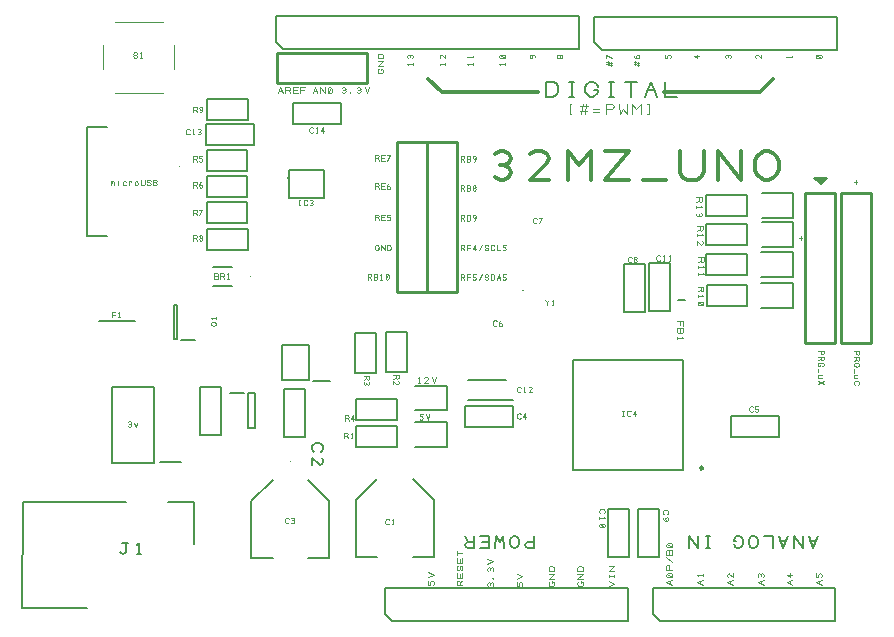
<source format=gto>
G04 DesignSpark PCB Gerber Version 12.0 Build 5942*
%FSLAX35Y35*%
%MOMM*%
%ADD17C,0.02540*%
%ADD70C,0.05000*%
%ADD16C,0.08000*%
%ADD19C,0.10000*%
%ADD15C,0.11170*%
%ADD12C,0.12700*%
%ADD14C,0.16760*%
%ADD18C,0.20000*%
%ADD71C,0.20320*%
%ADD20C,0.25000*%
%ADD10C,0.25400*%
%ADD11C,0.30480*%
%ADD13C,0.31750*%
X0Y0D02*
D02*
D10*
X44038550Y47720770D02*
X44800550D01*
Y47974770D01*
X44038550D01*
Y47720770D01*
X45059600Y47220770D02*
Y45950770D01*
X45313600D01*
Y47220770D01*
X45059600D01*
X45567600Y45950770D02*
Y47220770D01*
X45313600D01*
Y45950770D01*
X45567600D01*
X48514050Y46782270D02*
Y45512270D01*
X48768050D01*
Y46782270D01*
X48514050D01*
X48815050D02*
Y45512270D01*
X49069050D01*
Y46782270D01*
X48815050D01*
D02*
D11*
X46248750Y47637770D02*
X45435950D01*
X45321650Y47752070D01*
X47315550Y47637770D02*
X48128350D01*
X48242650Y47752070D01*
D02*
D12*
X42714650Y43744560D02*
X42722590Y43736620D01*
X42738460Y43728680D01*
X42754340Y43736620D01*
X42762280Y43744560D01*
Y43823930D01*
X42778150D01*
X42762280D02*
X42730530D01*
X42857530Y43728680D02*
X42889280D01*
X42873400D02*
Y43823930D01*
X42857530Y43808060D01*
X43564950Y44736070D02*
Y45142470D01*
X43387150D01*
Y44736070D01*
X43564950D01*
X43845250Y47368170D02*
X43438850D01*
Y47190370D01*
X43845250D01*
Y47368170D01*
X44030900Y48283700D02*
X46595100D01*
Y48004300D01*
X44094400D01*
X44030900Y48067800D01*
Y48283700D01*
X44140610Y46978970D02*
Y46745130D01*
X44439230D01*
Y46978970D01*
X44140610D01*
X44172350Y47366370D02*
X44578750D01*
Y47544170D01*
X44172350D01*
Y47366370D01*
X44274450Y44722070D02*
Y45128470D01*
X44096650D01*
Y44722070D01*
X44274450D01*
X44352240Y44591890D02*
X44344300Y44599830D01*
X44336360Y44615710D01*
Y44639520D01*
X44344300Y44655390D01*
X44352240Y44663330D01*
X44368110Y44671270D01*
X44399860D01*
X44415740Y44663330D01*
X44423680Y44655390D01*
X44431610Y44639520D01*
Y44615710D01*
X44423680Y44599830D01*
X44415740Y44591890D01*
X44336360Y44480770D02*
Y44544270D01*
X44391930Y44488710D01*
X44407800Y44480770D01*
X44423680Y44488710D01*
X44431610Y44504580D01*
Y44528390D01*
X44423680Y44544270D01*
X44950300Y43440700D02*
X47007700D01*
Y43161300D01*
X45013800D01*
X44950300Y43224800D01*
Y43440700D01*
X46035250Y44979170D02*
X45628850D01*
Y44801370D01*
X46035250D01*
Y44979170D01*
X46218050Y43878960D02*
Y43783710D01*
X46162490D01*
X46146610Y43791640D01*
X46138670Y43807520D01*
X46146610Y43823390D01*
X46162490Y43831330D01*
X46218050D01*
X46091050Y43847210D02*
Y43815460D01*
X46083110Y43799580D01*
X46075170Y43791640D01*
X46059300Y43783710D01*
X46043420D01*
X46027550Y43791640D01*
X46019610Y43799580D01*
X46011670Y43815460D01*
Y43847210D01*
X46019610Y43863080D01*
X46027550Y43871020D01*
X46043420Y43878960D01*
X46059300D01*
X46075170Y43871020D01*
X46083110Y43863080D01*
X46091050Y43847210D01*
X45964050Y43783710D02*
X45956110Y43878960D01*
X45924360Y43831330D01*
X45892610Y43878960D01*
X45884670Y43783710D01*
X45837050Y43878960D02*
Y43783710D01*
X45757670D01*
X45773550Y43831330D02*
X45837050D01*
Y43878960D02*
X45757670D01*
X45710050D02*
Y43783710D01*
X45654490D01*
X45638610Y43791640D01*
X45630670Y43807520D01*
X45638610Y43823390D01*
X45654490Y43831330D01*
X45710050D01*
X45654490D02*
X45630670Y43878960D01*
X46725350Y48279970D02*
X48782750D01*
Y48000570D01*
X46788850D01*
X46725350Y48064070D01*
Y48279970D01*
X46839150Y44109470D02*
Y43703070D01*
X47016950D01*
Y44109470D01*
X46839150D01*
X47099150Y44108470D02*
Y43702070D01*
X47276950D01*
Y44108470D01*
X47099150D01*
X47159950Y45782070D02*
Y46188470D01*
X46982150D01*
Y45782070D01*
X47159950D01*
X47221300Y43440700D02*
X48763500D01*
Y43161300D01*
X47284800D01*
X47221300Y43224800D01*
Y43440700D01*
X47370950Y45784070D02*
Y46190470D01*
X47193150D01*
Y45784070D01*
X47370950D01*
X47887850Y44717370D02*
X48294250D01*
Y44895170D01*
X47887850D01*
Y44717370D01*
X48620550Y43878960D02*
X48580860Y43783710D01*
X48541170Y43878960D01*
X48604670Y43839270D02*
X48557050D01*
X48493550Y43878960D02*
Y43783710D01*
X48414170Y43878960D01*
Y43783710D01*
X48366550Y43878960D02*
X48326860Y43783710D01*
X48287170Y43878960D01*
X48350670Y43839270D02*
X48303050D01*
X48239550Y43783710D02*
Y43878960D01*
X48160170D01*
X48112550Y43847210D02*
Y43815460D01*
X48104610Y43799580D01*
X48096670Y43791640D01*
X48080800Y43783710D01*
X48064920D01*
X48049050Y43791640D01*
X48041110Y43799580D01*
X48033170Y43815460D01*
Y43847210D01*
X48041110Y43863080D01*
X48049050Y43871020D01*
X48064920Y43878960D01*
X48080800D01*
X48096670Y43871020D01*
X48104610Y43863080D01*
X48112550Y43847210D01*
X47929990Y43839270D02*
X47906170D01*
Y43847210D01*
X47914110Y43863080D01*
X47922050Y43871020D01*
X47937920Y43878960D01*
X47953800D01*
X47969670Y43871020D01*
X47977610Y43863080D01*
X47985550Y43847210D01*
Y43815460D01*
X47977610Y43799580D01*
X47969670Y43791640D01*
X47953800Y43783710D01*
X47937920D01*
X47922050Y43791640D01*
X47914110Y43799580D01*
X47906170Y43815460D01*
X47707740Y43878960D02*
X47675990D01*
X47691860D02*
Y43783710D01*
X47707740D02*
X47675990D01*
X47604550Y43878960D02*
Y43783710D01*
X47525170Y43878960D01*
Y43783710D01*
X48643050Y46857770D02*
X48698050Y46912770D01*
X48589300Y46911520D01*
X48643050Y46857770D01*
G36*
X48643050Y46857770D02*
X48698050Y46912770D01*
X48589300Y46911520D01*
X48643050Y46857770D01*
G37*
D02*
D13*
X45885390Y46919650D02*
X45925080Y46899800D01*
X45964770D01*
X46004460Y46919650D01*
X46024300Y46959330D01*
X46004460Y46999020D01*
X45964770Y47018860D01*
X45925080D01*
X45964770D02*
X46004460Y47038710D01*
X46024300Y47078400D01*
X46004460Y47118080D01*
X45964770Y47137930D01*
X45925080D01*
X45885390Y47118080D01*
X46341800Y46899800D02*
X46183050D01*
X46321960Y47038710D01*
X46341800Y47078400D01*
X46321960Y47118080D01*
X46282270Y47137930D01*
X46222740D01*
X46183050Y47118080D01*
X46500550Y46899800D02*
Y47137930D01*
X46599770Y47018860D01*
X46698990Y47137930D01*
Y46899800D01*
X46818050Y47137930D02*
X47016490D01*
X46818050Y46899800D01*
X47016490D01*
X47135550D02*
X47333990D01*
X47453050Y47137930D02*
Y46959330D01*
X47472890Y46919650D01*
X47512580Y46899800D01*
X47591960D01*
X47631640Y46919650D01*
X47651490Y46959330D01*
Y47137930D01*
X47770550Y46899800D02*
Y47137930D01*
X47968990Y46899800D01*
Y47137930D01*
X48088050Y46979180D02*
Y47058550D01*
X48107890Y47098240D01*
X48127740Y47118080D01*
X48167430Y47137930D01*
X48207110D01*
X48246800Y47118080D01*
X48266640Y47098240D01*
X48286490Y47058550D01*
Y46979180D01*
X48266640Y46939490D01*
X48246800Y46919650D01*
X48207110Y46899800D01*
X48167430D01*
X48127740Y46919650D01*
X48107890Y46939490D01*
X48088050Y46979180D01*
D02*
D14*
X46315890Y47602120D02*
Y47727850D01*
X46378760D01*
X46399710Y47717380D01*
X46410190Y47706900D01*
X46420670Y47685940D01*
Y47644030D01*
X46410190Y47623080D01*
X46399710Y47612600D01*
X46378760Y47602120D01*
X46315890D01*
X46514960D02*
X46556870D01*
X46535920D02*
Y47727850D01*
X46514960D02*
X46556870D01*
X46724510Y47654510D02*
X46755950D01*
Y47644030D01*
X46745470Y47623080D01*
X46734990Y47612600D01*
X46714040Y47602120D01*
X46693080D01*
X46672130Y47612600D01*
X46661650Y47623080D01*
X46651170Y47644030D01*
Y47685940D01*
X46661650Y47706900D01*
X46672130Y47717380D01*
X46693080Y47727850D01*
X46714040D01*
X46734990Y47717380D01*
X46745470Y47706900D01*
X46755950Y47685940D01*
X46850240Y47602120D02*
X46892150D01*
X46871200D02*
Y47727850D01*
X46850240D02*
X46892150D01*
X47038840Y47602120D02*
Y47727850D01*
X46986450D02*
X47091230D01*
X47154090Y47602120D02*
X47206480Y47727850D01*
X47258870Y47602120D01*
X47175050Y47654510D02*
X47237910D01*
X47321730Y47727850D02*
Y47602120D01*
X47426510D01*
D02*
D15*
X46531960Y47455530D02*
X46517990D01*
Y47539350D01*
X46531960D01*
X46615780Y47455530D02*
X46629750Y47539350D01*
X46657690D02*
X46643720Y47455530D01*
X46664680Y47476480D02*
X46601810D01*
X46608800Y47518390D02*
X46671660D01*
X46713570Y47469500D02*
X46769450D01*
Y47497440D02*
X46713570D01*
X46825330Y47455530D02*
Y47539350D01*
X46874230D01*
X46888200Y47532360D01*
X46895180Y47518390D01*
X46888200Y47504420D01*
X46874230Y47497440D01*
X46825330D01*
X46937090Y47539350D02*
X46944080Y47455530D01*
X46972020Y47497440D01*
X46999960Y47455530D01*
X47006940Y47539350D01*
X47048850Y47455530D02*
Y47539350D01*
X47083780Y47497440D01*
X47118700Y47539350D01*
Y47455530D01*
X47174580D02*
X47188550D01*
Y47539350D01*
X47174580D01*
D02*
D16*
X42633050Y46852180D02*
Y46883930D01*
Y46879960D02*
X42636230Y46883930D01*
X42642580D01*
X42645750Y46879960D01*
Y46868050D01*
Y46879960D02*
X42648920Y46883930D01*
X42655270D01*
X42658450Y46879960D01*
Y46852180D01*
X42696550D02*
Y46883930D01*
Y46895830D02*
X42760050Y46879960D02*
X42753700Y46883930D01*
X42744180D01*
X42737830Y46879960D01*
X42734650Y46872020D01*
Y46864080D01*
X42737830Y46856150D01*
X42744180Y46852180D01*
X42753700D01*
X42760050Y46856150D01*
X42785450Y46852180D02*
Y46883930D01*
Y46872020D02*
X42788630Y46879960D01*
X42794980Y46883930D01*
X42801320D01*
X42807670Y46879960D01*
X42836250Y46864080D02*
X42839430Y46856150D01*
X42845780Y46852180D01*
X42852120D01*
X42858470Y46856150D01*
X42861650Y46864080D01*
Y46872020D01*
X42858470Y46879960D01*
X42852120Y46883930D01*
X42845780D01*
X42839430Y46879960D01*
X42836250Y46872020D01*
Y46864080D01*
X42887050Y46899800D02*
Y46864080D01*
X42890230Y46856150D01*
X42896580Y46852180D01*
X42909270D01*
X42915630Y46856150D01*
X42918800Y46864080D01*
Y46899800D01*
X42937850Y46864080D02*
X42941030Y46856150D01*
X42947380Y46852180D01*
X42960070D01*
X42966430Y46856150D01*
X42969600Y46864080D01*
X42966430Y46872020D01*
X42960070Y46875990D01*
X42947380D01*
X42941030Y46879960D01*
X42937850Y46887900D01*
X42941030Y46895830D01*
X42947380Y46899800D01*
X42960070D01*
X42966430Y46895830D01*
X42969600Y46887900D01*
X43010870Y46875990D02*
X43017230Y46872020D01*
X43020400Y46864080D01*
X43017230Y46856150D01*
X43010870Y46852180D01*
X42988650D01*
Y46899800D01*
X43010870D01*
X43017230Y46895830D01*
X43020400Y46887900D01*
X43017230Y46879960D01*
X43010870Y46875990D01*
X42988650D01*
X42640050Y45732180D02*
Y45779800D01*
X42671800D01*
X42665450Y45755990D02*
X42640050D01*
X42697200Y45732180D02*
X42709900D01*
X42703550D02*
Y45779800D01*
X42697200Y45771860D01*
X42782230Y44811150D02*
X42788580Y44807180D01*
X42794920D01*
X42801270Y44811150D01*
X42804450Y44819080D01*
X42801270Y44827020D01*
X42794920Y44830990D01*
X42788580D01*
X42794920D02*
X42801270Y44834960D01*
X42804450Y44842900D01*
X42801270Y44850830D01*
X42794920Y44854800D01*
X42788580D01*
X42782230Y44850830D01*
X42829850Y44838930D02*
X42842550Y44807180D01*
X42855250Y44838930D01*
X42823050Y47941580D02*
X42826230Y47933650D01*
X42832580Y47929680D01*
X42845270D01*
X42851630Y47933650D01*
X42854800Y47941580D01*
X42851630Y47949520D01*
X42845270Y47953490D01*
X42832580D01*
X42826230Y47957460D01*
X42823050Y47965400D01*
X42826230Y47973330D01*
X42832580Y47977300D01*
X42845270D01*
X42851630Y47973330D01*
X42854800Y47965400D01*
X42880200Y47929680D02*
X42892900D01*
X42886550D02*
Y47977300D01*
X42880200Y47969360D01*
X43299800Y47289110D02*
X43296630Y47285150D01*
X43290270Y47281180D01*
X43280750D01*
X43274400Y47285150D01*
X43271230Y47289110D01*
X43268050Y47297050D01*
Y47312930D01*
X43271230Y47320860D01*
X43274400Y47324830D01*
X43280750Y47328800D01*
X43290270D01*
X43296630Y47324830D01*
X43299800Y47320860D01*
X43325200Y47281180D02*
X43337900D01*
X43331550D02*
Y47328800D01*
X43325200Y47320860D01*
X43372830Y47285150D02*
X43379180Y47281180D01*
X43385520D01*
X43391870Y47285150D01*
X43395050Y47293080D01*
X43391870Y47301020D01*
X43385520Y47304990D01*
X43379180D01*
X43385520D02*
X43391870Y47308960D01*
X43395050Y47316900D01*
X43391870Y47324830D01*
X43385520Y47328800D01*
X43379180D01*
X43372830Y47324830D01*
X43331550Y46382180D02*
Y46429800D01*
X43353770D01*
X43360130Y46425830D01*
X43363300Y46417900D01*
X43360130Y46409960D01*
X43353770Y46405990D01*
X43331550D01*
X43353770D02*
X43363300Y46382180D01*
X43391880Y46405990D02*
X43398220D01*
X43404570Y46409960D01*
X43407750Y46417900D01*
X43404570Y46425830D01*
X43398220Y46429800D01*
X43391880D01*
X43385530Y46425830D01*
X43382350Y46417900D01*
X43385530Y46409960D01*
X43391880Y46405990D01*
X43385530Y46402020D01*
X43382350Y46394080D01*
X43385530Y46386150D01*
X43391880Y46382180D01*
X43398220D01*
X43404570Y46386150D01*
X43407750Y46394080D01*
X43404570Y46402020D01*
X43398220Y46405990D01*
X43331550Y46596180D02*
Y46643800D01*
X43353770D01*
X43360130Y46639830D01*
X43363300Y46631900D01*
X43360130Y46623960D01*
X43353770Y46619990D01*
X43331550D01*
X43353770D02*
X43363300Y46596180D01*
X43382350D02*
X43407750Y46643800D01*
X43382350D01*
X43331550Y46832180D02*
Y46879800D01*
X43353770D01*
X43360130Y46875830D01*
X43363300Y46867900D01*
X43360130Y46859960D01*
X43353770Y46855990D01*
X43331550D01*
X43353770D02*
X43363300Y46832180D01*
X43382350Y46844080D02*
X43385530Y46852020D01*
X43391880Y46855990D01*
X43398220D01*
X43404570Y46852020D01*
X43407750Y46844080D01*
X43404570Y46836150D01*
X43398220Y46832180D01*
X43391880D01*
X43385530Y46836150D01*
X43382350Y46844080D01*
Y46855990D01*
X43385530Y46867900D01*
X43391880Y46875830D01*
X43398220Y46879800D01*
X43331550Y47052180D02*
Y47099800D01*
X43353770D01*
X43360130Y47095830D01*
X43363300Y47087900D01*
X43360130Y47079960D01*
X43353770Y47075990D01*
X43331550D01*
X43353770D02*
X43363300Y47052180D01*
X43382350Y47056150D02*
X43388700Y47052180D01*
X43398220D01*
X43404570Y47056150D01*
X43407750Y47064080D01*
Y47068050D01*
X43404570Y47075990D01*
X43398220Y47079960D01*
X43382350D01*
Y47099800D01*
X43407750D01*
X43331550Y47468180D02*
Y47515800D01*
X43353770D01*
X43360130Y47511830D01*
X43363300Y47503900D01*
X43360130Y47495960D01*
X43353770Y47491990D01*
X43331550D01*
X43353770D02*
X43363300Y47468180D01*
X43391880D02*
X43398220Y47472150D01*
X43404570Y47480080D01*
X43407750Y47491990D01*
Y47503900D01*
X43404570Y47511830D01*
X43398220Y47515800D01*
X43391880D01*
X43385530Y47511830D01*
X43382350Y47503900D01*
X43385530Y47495960D01*
X43391880Y47491990D01*
X43398220D01*
X43404570Y47495960D01*
X43407750Y47503900D01*
X43532270Y46080990D02*
X43538630Y46077020D01*
X43541800Y46069080D01*
X43538630Y46061150D01*
X43532270Y46057180D01*
X43510050D01*
Y46104800D01*
X43532270D01*
X43538630Y46100830D01*
X43541800Y46092900D01*
X43538630Y46084960D01*
X43532270Y46080990D01*
X43510050D01*
X43560850Y46057180D02*
Y46104800D01*
X43583070D01*
X43589430Y46100830D01*
X43592600Y46092900D01*
X43589430Y46084960D01*
X43583070Y46080990D01*
X43560850D01*
X43583070D02*
X43592600Y46057180D01*
X43618000D02*
X43630700D01*
X43624350D02*
Y46104800D01*
X43618000Y46096860D01*
X43510270Y45662770D02*
X43494390D01*
X43486460Y45665950D01*
X43482490Y45669120D01*
X43478520Y45675470D01*
Y45681820D01*
X43482490Y45688170D01*
X43486460Y45691350D01*
X43494390Y45694520D01*
X43510270D01*
X43518210Y45691350D01*
X43522170Y45688170D01*
X43526140Y45681820D01*
Y45675470D01*
X43522170Y45669120D01*
X43518210Y45665950D01*
X43510270Y45662770D01*
X43514240Y45684990D02*
X43526140Y45694520D01*
Y45719920D02*
Y45732620D01*
Y45726270D02*
X43478520D01*
X43486460Y45719920D01*
X44139800Y43997610D02*
X44136630Y43993650D01*
X44130270Y43989680D01*
X44120750D01*
X44114400Y43993650D01*
X44111230Y43997610D01*
X44108050Y44005550D01*
Y44021430D01*
X44111230Y44029360D01*
X44114400Y44033330D01*
X44120750Y44037300D01*
X44130270D01*
X44136630Y44033330D01*
X44139800Y44029360D01*
X44162030Y43993650D02*
X44168380Y43989680D01*
X44174720D01*
X44181070Y43993650D01*
X44184250Y44001580D01*
X44181070Y44009520D01*
X44174720Y44013490D01*
X44168380D01*
X44174720D02*
X44181070Y44017460D01*
X44184250Y44025400D01*
X44181070Y44033330D01*
X44174720Y44037300D01*
X44168380D01*
X44162030Y44033330D01*
X44223580Y46681180D02*
X44236270D01*
X44229920D02*
Y46728800D01*
X44223580D02*
X44236270D01*
X44296600Y46689110D02*
X44293430Y46685150D01*
X44287070Y46681180D01*
X44277550D01*
X44271200Y46685150D01*
X44268030Y46689110D01*
X44264850Y46697050D01*
Y46712930D01*
X44268030Y46720860D01*
X44271200Y46724830D01*
X44277550Y46728800D01*
X44287070D01*
X44293430Y46724830D01*
X44296600Y46720860D01*
X44318830Y46685150D02*
X44325180Y46681180D01*
X44331520D01*
X44337870Y46685150D01*
X44341050Y46693080D01*
X44337870Y46701020D01*
X44331520Y46704990D01*
X44325180D01*
X44331520D02*
X44337870Y46708960D01*
X44341050Y46716900D01*
X44337870Y46724830D01*
X44331520Y46728800D01*
X44325180D01*
X44318830Y46724830D01*
X44344800Y47302610D02*
X44341630Y47298650D01*
X44335270Y47294680D01*
X44325750D01*
X44319400Y47298650D01*
X44316230Y47302610D01*
X44313050Y47310550D01*
Y47326430D01*
X44316230Y47334360D01*
X44319400Y47338330D01*
X44325750Y47342300D01*
X44335270D01*
X44341630Y47338330D01*
X44344800Y47334360D01*
X44370200Y47294680D02*
X44382900D01*
X44376550D02*
Y47342300D01*
X44370200Y47334360D01*
X44430520Y47294680D02*
Y47342300D01*
X44414650Y47310550D01*
X44440050D01*
X44608050Y44707180D02*
Y44754800D01*
X44630270D01*
X44636630Y44750830D01*
X44639800Y44742900D01*
X44636630Y44734960D01*
X44630270Y44730990D01*
X44608050D01*
X44630270D02*
X44639800Y44707180D01*
X44665200D02*
X44677900D01*
X44671550D02*
Y44754800D01*
X44665200Y44746860D01*
X44615550Y44854680D02*
Y44902300D01*
X44637770D01*
X44644130Y44898330D01*
X44647300Y44890400D01*
X44644130Y44882460D01*
X44637770Y44878490D01*
X44615550D01*
X44637770D02*
X44647300Y44854680D01*
X44682220D02*
Y44902300D01*
X44666350Y44870550D01*
X44691750D01*
X44772460Y45237770D02*
X44820080D01*
Y45215550D01*
X44816110Y45209190D01*
X44808180Y45206020D01*
X44800240Y45209190D01*
X44796270Y45215550D01*
Y45237770D01*
Y45215550D02*
X44772460Y45206020D01*
X44776430Y45183790D02*
X44772460Y45177440D01*
Y45171100D01*
X44776430Y45164750D01*
X44784360Y45161570D01*
X44792300Y45164750D01*
X44796270Y45171100D01*
Y45177440D01*
Y45171100D02*
X44800240Y45164750D01*
X44808180Y45161570D01*
X44816110Y45164750D01*
X44820080Y45171100D01*
Y45177440D01*
X44816110Y45183790D01*
X44807050Y46052180D02*
Y46099800D01*
X44829270D01*
X44835630Y46095830D01*
X44838800Y46087900D01*
X44835630Y46079960D01*
X44829270Y46075990D01*
X44807050D01*
X44829270D02*
X44838800Y46052180D01*
X44880070Y46075990D02*
X44886430Y46072020D01*
X44889600Y46064080D01*
X44886430Y46056150D01*
X44880070Y46052180D01*
X44857850D01*
Y46099800D01*
X44880070D01*
X44886430Y46095830D01*
X44889600Y46087900D01*
X44886430Y46079960D01*
X44880070Y46075990D01*
X44857850D01*
X44915000Y46052180D02*
X44927700D01*
X44921350D02*
Y46099800D01*
X44915000Y46091860D01*
X44962630Y46056150D02*
X44968980Y46052180D01*
X44975320D01*
X44981670Y46056150D01*
X44984850Y46064080D01*
Y46087900D01*
X44981670Y46095830D01*
X44975320Y46099800D01*
X44968980D01*
X44962630Y46095830D01*
X44959450Y46087900D01*
Y46064080D01*
X44962630Y46056150D01*
X44981670Y46095830D01*
X44892770Y46319520D02*
X44902300D01*
Y46315550D01*
X44899130Y46307610D01*
X44895950Y46303650D01*
X44889600Y46299680D01*
X44883250D01*
X44876900Y46303650D01*
X44873730Y46307610D01*
X44870550Y46315550D01*
Y46331430D01*
X44873730Y46339360D01*
X44876900Y46343330D01*
X44883250Y46347300D01*
X44889600D01*
X44895950Y46343330D01*
X44899130Y46339360D01*
X44902300Y46331430D01*
X44921350Y46299680D02*
Y46347300D01*
X44953100Y46299680D01*
Y46347300D01*
X44972150Y46299680D02*
Y46347300D01*
X44991200D01*
X44997550Y46343330D01*
X45000730Y46339360D01*
X45003900Y46331430D01*
Y46315550D01*
X45000730Y46307610D01*
X44997550Y46303650D01*
X44991200Y46299680D01*
X44972150D01*
X44870550Y46554680D02*
Y46602300D01*
X44892770D01*
X44899130Y46598330D01*
X44902300Y46590400D01*
X44899130Y46582460D01*
X44892770Y46578490D01*
X44870550D01*
X44892770D02*
X44902300Y46554680D01*
X44921350D02*
Y46602300D01*
X44953100D01*
X44946750Y46578490D02*
X44921350D01*
Y46554680D02*
X44953100D01*
X44972150Y46558650D02*
X44978500Y46554680D01*
X44988020D01*
X44994370Y46558650D01*
X44997550Y46566580D01*
Y46570550D01*
X44994370Y46578490D01*
X44988020Y46582460D01*
X44972150D01*
Y46602300D01*
X44997550D01*
X44870550Y46819680D02*
Y46867300D01*
X44892770D01*
X44899130Y46863330D01*
X44902300Y46855400D01*
X44899130Y46847460D01*
X44892770Y46843490D01*
X44870550D01*
X44892770D02*
X44902300Y46819680D01*
X44921350D02*
Y46867300D01*
X44953100D01*
X44946750Y46843490D02*
X44921350D01*
Y46819680D02*
X44953100D01*
X44972150Y46831580D02*
X44975330Y46839520D01*
X44981680Y46843490D01*
X44988020D01*
X44994370Y46839520D01*
X44997550Y46831580D01*
X44994370Y46823650D01*
X44988020Y46819680D01*
X44981680D01*
X44975330Y46823650D01*
X44972150Y46831580D01*
Y46843490D01*
X44975330Y46855400D01*
X44981680Y46863330D01*
X44988020Y46867300D01*
X44870550Y47059680D02*
Y47107300D01*
X44892770D01*
X44899130Y47103330D01*
X44902300Y47095400D01*
X44899130Y47087460D01*
X44892770Y47083490D01*
X44870550D01*
X44892770D02*
X44902300Y47059680D01*
X44921350D02*
Y47107300D01*
X44953100D01*
X44946750Y47083490D02*
X44921350D01*
Y47059680D02*
X44953100D01*
X44972150D02*
X44997550Y47107300D01*
X44972150D01*
X44918800Y47826050D02*
Y47837960D01*
X44922770D01*
X44930710Y47833990D01*
X44934670Y47830020D01*
X44938640Y47822080D01*
Y47814150D01*
X44934670Y47806210D01*
X44930710Y47802240D01*
X44922770Y47798270D01*
X44906890D01*
X44898960Y47802240D01*
X44894990Y47806210D01*
X44891020Y47814150D01*
Y47822080D01*
X44894990Y47830020D01*
X44898960Y47833990D01*
X44906890Y47837960D01*
X44938640Y47861770D02*
X44891020D01*
X44938640Y47901460D01*
X44891020D01*
X44938640Y47925270D02*
X44891020D01*
Y47949080D01*
X44894990Y47957020D01*
X44898960Y47960990D01*
X44906890Y47964960D01*
X44922770D01*
X44930710Y47960990D01*
X44934670Y47957020D01*
X44938640Y47949080D01*
Y47925270D01*
X44987800Y43987110D02*
X44984630Y43983150D01*
X44978270Y43979180D01*
X44968750D01*
X44962400Y43983150D01*
X44959230Y43987110D01*
X44956050Y43995050D01*
Y44010930D01*
X44959230Y44018860D01*
X44962400Y44022830D01*
X44968750Y44026800D01*
X44978270D01*
X44984630Y44022830D01*
X44987800Y44018860D01*
X45013200Y43979180D02*
X45025900D01*
X45019550D02*
Y44026800D01*
X45013200Y44018860D01*
X45022460Y45245270D02*
X45070080D01*
Y45223050D01*
X45066110Y45216690D01*
X45058180Y45213520D01*
X45050240Y45216690D01*
X45046270Y45223050D01*
Y45245270D01*
Y45223050D02*
X45022460Y45213520D01*
Y45169070D02*
Y45194470D01*
X45050240Y45172250D01*
X45058180Y45169070D01*
X45066110Y45172250D01*
X45070080Y45178600D01*
Y45188120D01*
X45066110Y45194470D01*
X45191140Y47869710D02*
Y47885580D01*
Y47877650D02*
X45143520D01*
X45151460Y47869710D01*
X45187170Y47929240D02*
X45191140Y47937180D01*
Y47945110D01*
X45187170Y47953050D01*
X45179240Y47957020D01*
X45171300Y47953050D01*
X45167330Y47945110D01*
Y47937180D01*
Y47945110D02*
X45163360Y47953050D01*
X45155420Y47957020D01*
X45147490Y47953050D01*
X45143520Y47945110D01*
Y47937180D01*
X45147490Y47929240D01*
X45230990Y45179680D02*
X45246860D01*
X45238930D02*
Y45227300D01*
X45230990Y45219360D01*
X45318300Y45179680D02*
X45286550D01*
X45314330Y45207460D01*
X45318300Y45215400D01*
X45314330Y45223330D01*
X45306390Y45227300D01*
X45294490D01*
X45286550Y45223330D01*
X45350050Y45227300D02*
X45369890Y45179680D01*
X45389740Y45227300D01*
X45248050Y44871150D02*
X45254400Y44867180D01*
X45263920D01*
X45270270Y44871150D01*
X45273450Y44879080D01*
Y44883050D01*
X45270270Y44890990D01*
X45263920Y44894960D01*
X45248050D01*
Y44914800D01*
X45273450D01*
X45298850D02*
X45314720Y44867180D01*
X45330600Y44914800D01*
X45362270Y43470270D02*
X45366240Y43478210D01*
Y43490110D01*
X45362270Y43498050D01*
X45354340Y43502020D01*
X45350370D01*
X45342430Y43498050D01*
X45338460Y43490110D01*
Y43470270D01*
X45318620D01*
Y43502020D01*
Y43533770D02*
X45366240Y43553610D01*
X45318620Y43573460D01*
X45463640Y47869710D02*
Y47885580D01*
Y47877650D02*
X45416020D01*
X45423960Y47869710D01*
X45463640Y47957020D02*
Y47925270D01*
X45435860Y47953050D01*
X45427920Y47957020D01*
X45419990Y47953050D01*
X45416020Y47945110D01*
Y47933210D01*
X45419990Y47925270D01*
X45595550Y46049680D02*
Y46097300D01*
X45617770D01*
X45624130Y46093330D01*
X45627300Y46085400D01*
X45624130Y46077460D01*
X45617770Y46073490D01*
X45595550D01*
X45617770D02*
X45627300Y46049680D01*
X45646350D02*
Y46097300D01*
X45678100D01*
X45671750Y46073490D02*
X45646350D01*
X45697150Y46053650D02*
X45703500Y46049680D01*
X45713020D01*
X45719370Y46053650D01*
X45722550Y46061580D01*
Y46065550D01*
X45719370Y46073490D01*
X45713020Y46077460D01*
X45697150D01*
Y46097300D01*
X45722550D01*
X45747950Y46049680D02*
X45779700Y46097300D01*
X45798750Y46061580D02*
X45801930Y46053650D01*
X45808280Y46049680D01*
X45820970D01*
X45827330Y46053650D01*
X45830500Y46061580D01*
X45827330Y46069520D01*
X45820970Y46073490D01*
X45808280D01*
X45801930Y46077460D01*
X45798750Y46085400D01*
X45801930Y46093330D01*
X45808280Y46097300D01*
X45820970D01*
X45827330Y46093330D01*
X45830500Y46085400D01*
X45849550Y46049680D02*
Y46097300D01*
X45868600D01*
X45874950Y46093330D01*
X45878130Y46089360D01*
X45881300Y46081430D01*
Y46065550D01*
X45878130Y46057610D01*
X45874950Y46053650D01*
X45868600Y46049680D01*
X45849550D01*
X45900350D02*
X45916220Y46097300D01*
X45932100Y46049680D01*
X45906700Y46069520D02*
X45925750D01*
X45951150Y46053650D02*
X45957500Y46049680D01*
X45967020D01*
X45973370Y46053650D01*
X45976550Y46061580D01*
Y46065550D01*
X45973370Y46073490D01*
X45967020Y46077460D01*
X45951150D01*
Y46097300D01*
X45976550D01*
X45595550Y46299680D02*
Y46347300D01*
X45617770D01*
X45624130Y46343330D01*
X45627300Y46335400D01*
X45624130Y46327460D01*
X45617770Y46323490D01*
X45595550D01*
X45617770D02*
X45627300Y46299680D01*
X45646350D02*
Y46347300D01*
X45678100D01*
X45671750Y46323490D02*
X45646350D01*
X45713020Y46299680D02*
Y46347300D01*
X45697150Y46315550D01*
X45722550D01*
X45747950Y46299680D02*
X45779700Y46347300D01*
X45798750Y46311580D02*
X45801930Y46303650D01*
X45808280Y46299680D01*
X45820970D01*
X45827330Y46303650D01*
X45830500Y46311580D01*
X45827330Y46319520D01*
X45820970Y46323490D01*
X45808280D01*
X45801930Y46327460D01*
X45798750Y46335400D01*
X45801930Y46343330D01*
X45808280Y46347300D01*
X45820970D01*
X45827330Y46343330D01*
X45830500Y46335400D01*
X45881300Y46307610D02*
X45878130Y46303650D01*
X45871770Y46299680D01*
X45862250D01*
X45855900Y46303650D01*
X45852730Y46307610D01*
X45849550Y46315550D01*
Y46331430D01*
X45852730Y46339360D01*
X45855900Y46343330D01*
X45862250Y46347300D01*
X45871770D01*
X45878130Y46343330D01*
X45881300Y46339360D01*
X45900350Y46347300D02*
Y46299680D01*
X45932100D01*
X45951150Y46303650D02*
X45957500Y46299680D01*
X45967020D01*
X45973370Y46303650D01*
X45976550Y46311580D01*
Y46315550D01*
X45973370Y46323490D01*
X45967020Y46327460D01*
X45951150D01*
Y46347300D01*
X45976550D01*
X45595550Y46552180D02*
Y46599800D01*
X45617770D01*
X45624130Y46595830D01*
X45627300Y46587900D01*
X45624130Y46579960D01*
X45617770Y46575990D01*
X45595550D01*
X45617770D02*
X45627300Y46552180D01*
X45646350D02*
Y46599800D01*
X45665400D01*
X45671750Y46595830D01*
X45674930Y46591860D01*
X45678100Y46583930D01*
Y46568050D01*
X45674930Y46560110D01*
X45671750Y46556150D01*
X45665400Y46552180D01*
X45646350D01*
X45706680D02*
X45713020Y46556150D01*
X45719370Y46564080D01*
X45722550Y46575990D01*
Y46587900D01*
X45719370Y46595830D01*
X45713020Y46599800D01*
X45706680D01*
X45700330Y46595830D01*
X45697150Y46587900D01*
X45700330Y46579960D01*
X45706680Y46575990D01*
X45713020D01*
X45719370Y46579960D01*
X45722550Y46587900D01*
X45595550Y46804680D02*
Y46852300D01*
X45617770D01*
X45624130Y46848330D01*
X45627300Y46840400D01*
X45624130Y46832460D01*
X45617770Y46828490D01*
X45595550D01*
X45617770D02*
X45627300Y46804680D01*
X45668570Y46828490D02*
X45674930Y46824520D01*
X45678100Y46816580D01*
X45674930Y46808650D01*
X45668570Y46804680D01*
X45646350D01*
Y46852300D01*
X45668570D01*
X45674930Y46848330D01*
X45678100Y46840400D01*
X45674930Y46832460D01*
X45668570Y46828490D01*
X45646350D01*
X45706680D02*
X45713020D01*
X45719370Y46832460D01*
X45722550Y46840400D01*
X45719370Y46848330D01*
X45713020Y46852300D01*
X45706680D01*
X45700330Y46848330D01*
X45697150Y46840400D01*
X45700330Y46832460D01*
X45706680Y46828490D01*
X45700330Y46824520D01*
X45697150Y46816580D01*
X45700330Y46808650D01*
X45706680Y46804680D01*
X45713020D01*
X45719370Y46808650D01*
X45722550Y46816580D01*
X45719370Y46824520D01*
X45713020Y46828490D01*
X45595550Y47052180D02*
Y47099800D01*
X45617770D01*
X45624130Y47095830D01*
X45627300Y47087900D01*
X45624130Y47079960D01*
X45617770Y47075990D01*
X45595550D01*
X45617770D02*
X45627300Y47052180D01*
X45668570Y47075990D02*
X45674930Y47072020D01*
X45678100Y47064080D01*
X45674930Y47056150D01*
X45668570Y47052180D01*
X45646350D01*
Y47099800D01*
X45668570D01*
X45674930Y47095830D01*
X45678100Y47087900D01*
X45674930Y47079960D01*
X45668570Y47075990D01*
X45646350D01*
X45706680Y47052180D02*
X45713020Y47056150D01*
X45719370Y47064080D01*
X45722550Y47075990D01*
Y47087900D01*
X45719370Y47095830D01*
X45713020Y47099800D01*
X45706680D01*
X45700330Y47095830D01*
X45697150Y47087900D01*
X45700330Y47079960D01*
X45706680Y47075990D01*
X45713020D01*
X45719370Y47079960D01*
X45722550Y47087900D01*
X45609240Y43462770D02*
X45561620D01*
Y43490550D01*
X45565590Y43498490D01*
X45573520Y43502460D01*
X45581460Y43498490D01*
X45585430Y43490550D01*
Y43462770D01*
Y43490550D02*
X45609240Y43502460D01*
Y43526270D02*
X45561620D01*
Y43565960D01*
X45585430Y43558020D02*
Y43526270D01*
X45609240D02*
Y43565960D01*
X45597340Y43589770D02*
X45605270Y43593740D01*
X45609240Y43601680D01*
Y43617550D01*
X45605270Y43625490D01*
X45597340Y43629460D01*
X45589400Y43625490D01*
X45585430Y43617550D01*
Y43601680D01*
X45581460Y43593740D01*
X45573520Y43589770D01*
X45565590Y43593740D01*
X45561620Y43601680D01*
Y43617550D01*
X45565590Y43625490D01*
X45573520Y43629460D01*
X45609240Y43653270D02*
X45561620D01*
Y43692960D01*
X45585430Y43685020D02*
Y43653270D01*
X45609240D02*
Y43692960D01*
Y43736610D02*
X45561620D01*
Y43716770D02*
Y43756460D01*
X45698640Y47869710D02*
Y47885580D01*
Y47877650D02*
X45651020D01*
X45658960Y47869710D01*
X45698640Y47933210D02*
Y47949080D01*
Y47941150D02*
X45651020D01*
X45658960Y47933210D01*
X45899800Y45667620D02*
X45896630Y45663660D01*
X45890270Y45659690D01*
X45880750D01*
X45874400Y45663660D01*
X45871230Y45667620D01*
X45868050Y45675560D01*
Y45691440D01*
X45871230Y45699370D01*
X45874400Y45703340D01*
X45880750Y45707310D01*
X45890270D01*
X45896630Y45703340D01*
X45899800Y45699370D01*
X45918850Y45671590D02*
X45922030Y45679530D01*
X45928380Y45683500D01*
X45934720D01*
X45941070Y45679530D01*
X45944250Y45671590D01*
X45941070Y45663660D01*
X45934720Y45659690D01*
X45928380D01*
X45922030Y45663660D01*
X45918850Y45671590D01*
Y45683500D01*
X45922030Y45695410D01*
X45928380Y45703340D01*
X45934720Y45707310D01*
X45865270Y43461740D02*
X45869240Y43469680D01*
Y43477610D01*
X45865270Y43485550D01*
X45857340Y43489520D01*
X45849400Y43485550D01*
X45845430Y43477610D01*
Y43469680D01*
Y43477610D02*
X45841460Y43485550D01*
X45833520Y43489520D01*
X45825590Y43485550D01*
X45821620Y43477610D01*
Y43469680D01*
X45825590Y43461740D01*
X45869240Y43525240D02*
X45865270Y43529210D01*
X45861310Y43525240D01*
X45865270Y43521270D01*
X45869240Y43525240D01*
X45865270Y43588740D02*
X45869240Y43596680D01*
Y43604610D01*
X45865270Y43612550D01*
X45857340Y43616520D01*
X45849400Y43612550D01*
X45845430Y43604610D01*
Y43596680D01*
Y43604610D02*
X45841460Y43612550D01*
X45833520Y43616520D01*
X45825590Y43612550D01*
X45821620Y43604610D01*
Y43596680D01*
X45825590Y43588740D01*
X45821620Y43648270D02*
X45869240Y43668110D01*
X45821620Y43687960D01*
X45971140Y47869710D02*
Y47885580D01*
Y47877650D02*
X45923520D01*
X45931460Y47869710D01*
X45967170Y47929240D02*
X45971140Y47937180D01*
Y47945110D01*
X45967170Y47953050D01*
X45959240Y47957020D01*
X45935420D01*
X45927490Y47953050D01*
X45923520Y47945110D01*
Y47937180D01*
X45927490Y47929240D01*
X45935420Y47925270D01*
X45959240D01*
X45967170Y47929240D01*
X45927490Y47953050D01*
X46102300Y45105110D02*
X46099130Y45101150D01*
X46092770Y45097180D01*
X46083250D01*
X46076900Y45101150D01*
X46073730Y45105110D01*
X46070550Y45113050D01*
Y45128930D01*
X46073730Y45136860D01*
X46076900Y45140830D01*
X46083250Y45144800D01*
X46092770D01*
X46099130Y45140830D01*
X46102300Y45136860D01*
X46127700Y45097180D02*
X46140400D01*
X46134050D02*
Y45144800D01*
X46127700Y45136860D01*
X46197550Y45097180D02*
X46172150D01*
X46194370Y45124960D01*
X46197550Y45132900D01*
X46194370Y45140830D01*
X46188020Y45144800D01*
X46178500D01*
X46172150Y45140830D01*
X46104800Y44882610D02*
X46101630Y44878650D01*
X46095270Y44874680D01*
X46085750D01*
X46079400Y44878650D01*
X46076230Y44882610D01*
X46073050Y44890550D01*
Y44906430D01*
X46076230Y44914360D01*
X46079400Y44918330D01*
X46085750Y44922300D01*
X46095270D01*
X46101630Y44918330D01*
X46104800Y44914360D01*
X46139720Y44874680D02*
Y44922300D01*
X46123850Y44890550D01*
X46149250D01*
X46112770Y43457770D02*
X46116740Y43465710D01*
Y43477610D01*
X46112770Y43485550D01*
X46104840Y43489520D01*
X46100870D01*
X46092930Y43485550D01*
X46088960Y43477610D01*
Y43457770D01*
X46069120D01*
Y43489520D01*
Y43521270D02*
X46116740Y43541110D01*
X46069120Y43560960D01*
X46239800Y46537610D02*
X46236630Y46533650D01*
X46230270Y46529680D01*
X46220750D01*
X46214400Y46533650D01*
X46211230Y46537610D01*
X46208050Y46545550D01*
Y46561430D01*
X46211230Y46569360D01*
X46214400Y46573330D01*
X46220750Y46577300D01*
X46230270D01*
X46236630Y46573330D01*
X46239800Y46569360D01*
X46258850Y46529680D02*
X46284250Y46577300D01*
X46258850D01*
X46226140Y47937180D02*
X46222170Y47945110D01*
X46214240Y47953050D01*
X46202330Y47957020D01*
X46190420D01*
X46182490Y47953050D01*
X46178520Y47945110D01*
Y47937180D01*
X46182490Y47929240D01*
X46190420Y47925270D01*
X46198360Y47929240D01*
X46202330Y47937180D01*
Y47945110D01*
X46198360Y47953050D01*
X46190420Y47957020D01*
X46326920Y45835180D02*
Y45858990D01*
X46311050Y45882800D01*
X46326920Y45858990D02*
X46342800Y45882800D01*
X46368200Y45835180D02*
X46380900D01*
X46374550D02*
Y45882800D01*
X46368200Y45874860D01*
X46366900Y43485550D02*
Y43497460D01*
X46370870D01*
X46378810Y43493490D01*
X46382770Y43489520D01*
X46386740Y43481580D01*
Y43473650D01*
X46382770Y43465710D01*
X46378810Y43461740D01*
X46370870Y43457770D01*
X46354990D01*
X46347060Y43461740D01*
X46343090Y43465710D01*
X46339120Y43473650D01*
Y43481580D01*
X46343090Y43489520D01*
X46347060Y43493490D01*
X46354990Y43497460D01*
X46386740Y43521270D02*
X46339120D01*
X46386740Y43560960D01*
X46339120D01*
X46386740Y43584770D02*
X46339120D01*
Y43608580D01*
X46343090Y43616520D01*
X46347060Y43620490D01*
X46354990Y43624460D01*
X46370870D01*
X46378810Y43620490D01*
X46382770Y43616520D01*
X46386740Y43608580D01*
Y43584770D01*
X46432330Y47937180D02*
Y47945110D01*
X46428360Y47953050D01*
X46420420Y47957020D01*
X46412490Y47953050D01*
X46408520Y47945110D01*
Y47937180D01*
X46412490Y47929240D01*
X46420420Y47925270D01*
X46428360Y47929240D01*
X46432330Y47937180D01*
X46436300Y47929240D01*
X46444240Y47925270D01*
X46452170Y47929240D01*
X46456140Y47937180D01*
Y47945110D01*
X46452170Y47953050D01*
X46444240Y47957020D01*
X46436300Y47953050D01*
X46432330Y47945110D01*
X46611900Y43485550D02*
Y43497460D01*
X46615870D01*
X46623810Y43493490D01*
X46627770Y43489520D01*
X46631740Y43481580D01*
Y43473650D01*
X46627770Y43465710D01*
X46623810Y43461740D01*
X46615870Y43457770D01*
X46599990D01*
X46592060Y43461740D01*
X46588090Y43465710D01*
X46584120Y43473650D01*
Y43481580D01*
X46588090Y43489520D01*
X46592060Y43493490D01*
X46599990Y43497460D01*
X46631740Y43521270D02*
X46584120D01*
X46631740Y43560960D01*
X46584120D01*
X46631740Y43584770D02*
X46584120D01*
Y43608580D01*
X46588090Y43616520D01*
X46592060Y43620490D01*
X46599990Y43624460D01*
X46615870D01*
X46623810Y43620490D01*
X46627770Y43616520D01*
X46631740Y43608580D01*
Y43584770D01*
X46876140Y47869710D02*
X46828520Y47877650D01*
Y47893520D02*
X46876140Y47885580D01*
X46864240Y47897490D02*
Y47861770D01*
X46840420Y47865740D02*
Y47901460D01*
X46876140Y47925270D02*
X46828520Y47957020D01*
Y47925270D01*
X46847220Y43457770D02*
X46894840Y43477610D01*
X46847220Y43497460D01*
X46894840Y43533180D02*
Y43549050D01*
Y43541110D02*
X46847220D01*
Y43533180D02*
Y43549050D01*
X46894840Y43584770D02*
X46847220D01*
X46894840Y43624460D01*
X46847220D01*
X46961580Y44896180D02*
X46974270D01*
X46967920D02*
Y44943800D01*
X46961580D02*
X46974270D01*
X47034600Y44904110D02*
X47031430Y44900150D01*
X47025070Y44896180D01*
X47015550D01*
X47009200Y44900150D01*
X47006030Y44904110D01*
X47002850Y44912050D01*
Y44927930D01*
X47006030Y44935860D01*
X47009200Y44939830D01*
X47015550Y44943800D01*
X47025070D01*
X47031430Y44939830D01*
X47034600Y44935860D01*
X47069520Y44896180D02*
Y44943800D01*
X47053650Y44912050D01*
X47079050D01*
X47042300Y46207610D02*
X47039130Y46203650D01*
X47032770Y46199680D01*
X47023250D01*
X47016900Y46203650D01*
X47013730Y46207610D01*
X47010550Y46215550D01*
Y46231430D01*
X47013730Y46239360D01*
X47016900Y46243330D01*
X47023250Y46247300D01*
X47032770D01*
X47039130Y46243330D01*
X47042300Y46239360D01*
X47070880Y46223490D02*
X47077220D01*
X47083570Y46227460D01*
X47086750Y46235400D01*
X47083570Y46243330D01*
X47077220Y46247300D01*
X47070880D01*
X47064530Y46243330D01*
X47061350Y46235400D01*
X47064530Y46227460D01*
X47070880Y46223490D01*
X47064530Y46219520D01*
X47061350Y46211580D01*
X47064530Y46203650D01*
X47070880Y46199680D01*
X47077220D01*
X47083570Y46203650D01*
X47086750Y46211580D01*
X47083570Y46219520D01*
X47077220Y46223490D01*
X47106140Y47869710D02*
X47058520Y47877650D01*
Y47893520D02*
X47106140Y47885580D01*
X47094240Y47897490D02*
Y47861770D01*
X47070420Y47865740D02*
Y47901460D01*
X47094240Y47925270D02*
X47086300Y47929240D01*
X47082330Y47937180D01*
Y47945110D01*
X47086300Y47953050D01*
X47094240Y47957020D01*
X47102170Y47953050D01*
X47106140Y47945110D01*
Y47937180D01*
X47102170Y47929240D01*
X47094240Y47925270D01*
X47082330D01*
X47070420Y47929240D01*
X47062490Y47937180D01*
X47058520Y47945110D01*
X47282300Y46217610D02*
X47279130Y46213650D01*
X47272770Y46209680D01*
X47263250D01*
X47256900Y46213650D01*
X47253730Y46217610D01*
X47250550Y46225550D01*
Y46241430D01*
X47253730Y46249360D01*
X47256900Y46253330D01*
X47263250Y46257300D01*
X47272770D01*
X47279130Y46253330D01*
X47282300Y46249360D01*
X47307700Y46209680D02*
X47320400D01*
X47314050D02*
Y46257300D01*
X47307700Y46249360D01*
X47358500Y46209680D02*
X47371200D01*
X47364850D02*
Y46257300D01*
X47358500Y46249360D01*
X47369670Y47925270D02*
X47373640Y47933210D01*
Y47945110D01*
X47369670Y47953050D01*
X47361740Y47957020D01*
X47357770D01*
X47349830Y47953050D01*
X47345860Y47945110D01*
Y47925270D01*
X47326020D01*
Y47957020D01*
X47384240Y43470270D02*
X47336620Y43490110D01*
X47384240Y43509960D01*
X47364400Y43478210D02*
Y43502020D01*
X47380270Y43537740D02*
X47384240Y43545680D01*
Y43553610D01*
X47380270Y43561550D01*
X47372340Y43565520D01*
X47348520D01*
X47340590Y43561550D01*
X47336620Y43553610D01*
Y43545680D01*
X47340590Y43537740D01*
X47348520Y43533770D01*
X47372340D01*
X47380270Y43537740D01*
X47340590Y43561550D01*
X47384240Y43597270D02*
X47336620D01*
Y43625050D01*
X47340590Y43632990D01*
X47348520Y43636960D01*
X47356460Y43632990D01*
X47360430Y43625050D01*
Y43597270D01*
X47384240Y43660770D02*
X47336620Y43700460D01*
X47360430Y43752050D02*
X47364400Y43759990D01*
X47372340Y43763960D01*
X47380270Y43759990D01*
X47384240Y43752050D01*
Y43724270D01*
X47336620D01*
Y43752050D01*
X47340590Y43759990D01*
X47348520Y43763960D01*
X47356460Y43759990D01*
X47360430Y43752050D01*
Y43724270D01*
X47380270Y43791740D02*
X47384240Y43799680D01*
Y43807610D01*
X47380270Y43815550D01*
X47372340Y43819520D01*
X47348520D01*
X47340590Y43815550D01*
X47336620Y43807610D01*
Y43799680D01*
X47340590Y43791740D01*
X47348520Y43787770D01*
X47372340D01*
X47380270Y43791740D01*
X47340590Y43815550D01*
X47427460Y45702770D02*
X47475080D01*
Y45663080D01*
X47451270Y45671020D02*
Y45702770D01*
Y45611490D02*
X47447300Y45603550D01*
X47439360Y45599580D01*
X47431430Y45603550D01*
X47427460Y45611490D01*
Y45639270D01*
X47475080D01*
Y45611490D01*
X47471110Y45603550D01*
X47463180Y45599580D01*
X47455240Y45603550D01*
X47451270Y45611490D01*
Y45639270D01*
X47427460Y45567830D02*
Y45551960D01*
Y45559890D02*
X47475080D01*
X47467140Y45567830D01*
X47589960Y46747770D02*
X47637580D01*
Y46719990D01*
X47633610Y46712050D01*
X47625680Y46708080D01*
X47617740Y46712050D01*
X47613770Y46719990D01*
Y46747770D01*
Y46719990D02*
X47589960Y46708080D01*
Y46676330D02*
Y46660460D01*
Y46668390D02*
X47637580D01*
X47629640Y46676330D01*
X47593930Y46616800D02*
X47589960Y46608860D01*
Y46600930D01*
X47593930Y46592990D01*
X47601860Y46589020D01*
X47609800Y46592990D01*
X47613770Y46600930D01*
Y46608860D01*
Y46600930D02*
X47617740Y46592990D01*
X47625680Y46589020D01*
X47633610Y46592990D01*
X47637580Y46600930D01*
Y46608860D01*
X47633610Y46616800D01*
X47597460Y46507770D02*
X47645080D01*
Y46479990D01*
X47641110Y46472050D01*
X47633180Y46468080D01*
X47625240Y46472050D01*
X47621270Y46479990D01*
Y46507770D01*
Y46479990D02*
X47597460Y46468080D01*
Y46436330D02*
Y46420460D01*
Y46428390D02*
X47645080D01*
X47637140Y46436330D01*
X47597460Y46349020D02*
Y46380770D01*
X47625240Y46352990D01*
X47633180Y46349020D01*
X47641110Y46352990D01*
X47645080Y46360930D01*
Y46372830D01*
X47641110Y46380770D01*
X47602460Y45992770D02*
X47650080D01*
Y45964990D01*
X47646110Y45957050D01*
X47638180Y45953080D01*
X47630240Y45957050D01*
X47626270Y45964990D01*
Y45992770D01*
Y45964990D02*
X47602460Y45953080D01*
Y45921330D02*
Y45905460D01*
Y45913390D02*
X47650080D01*
X47642140Y45921330D01*
X47606430Y45861800D02*
X47602460Y45853860D01*
Y45845930D01*
X47606430Y45837990D01*
X47614360Y45834020D01*
X47638180D01*
X47646110Y45837990D01*
X47650080Y45845930D01*
Y45853860D01*
X47646110Y45861800D01*
X47638180Y45865770D01*
X47614360D01*
X47606430Y45861800D01*
X47646110Y45837990D01*
X47604960Y46240280D02*
X47652580D01*
Y46212500D01*
X47648610Y46204560D01*
X47640680Y46200590D01*
X47632740Y46204560D01*
X47628770Y46212500D01*
Y46240280D01*
Y46212500D02*
X47604960Y46200590D01*
Y46168840D02*
Y46152970D01*
Y46160900D02*
X47652580D01*
X47644640Y46168840D01*
X47604960Y46105340D02*
Y46089470D01*
Y46097400D02*
X47652580D01*
X47644640Y46105340D01*
X47616140Y47945110D02*
X47568520D01*
X47600270Y47925270D01*
Y47957020D01*
X47643640Y43470270D02*
X47596020Y43490110D01*
X47643640Y43509960D01*
X47623800Y43478210D02*
Y43502020D01*
X47643640Y43541710D02*
Y43557580D01*
Y43549650D02*
X47596020D01*
X47603960Y43541710D01*
X47877170Y47929240D02*
X47881140Y47937180D01*
Y47945110D01*
X47877170Y47953050D01*
X47869240Y47957020D01*
X47861300Y47953050D01*
X47857330Y47945110D01*
Y47937180D01*
Y47945110D02*
X47853360Y47953050D01*
X47845420Y47957020D01*
X47837490Y47953050D01*
X47833520Y47945110D01*
Y47937180D01*
X47837490Y47929240D01*
X47898640Y43470270D02*
X47851020Y43490110D01*
X47898640Y43509960D01*
X47878800Y43478210D02*
Y43502020D01*
X47898640Y43565520D02*
Y43533770D01*
X47870860Y43561550D01*
X47862920Y43565520D01*
X47854990Y43561550D01*
X47851020Y43553610D01*
Y43541710D01*
X47854990Y43533770D01*
X48072300Y44940110D02*
X48069130Y44936150D01*
X48062770Y44932180D01*
X48053250D01*
X48046900Y44936150D01*
X48043730Y44940110D01*
X48040550Y44948050D01*
Y44963930D01*
X48043730Y44971860D01*
X48046900Y44975830D01*
X48053250Y44979800D01*
X48062770D01*
X48069130Y44975830D01*
X48072300Y44971860D01*
X48091350Y44936150D02*
X48097700Y44932180D01*
X48107220D01*
X48113570Y44936150D01*
X48116750Y44944080D01*
Y44948050D01*
X48113570Y44955990D01*
X48107220Y44959960D01*
X48091350D01*
Y44979800D01*
X48116750D01*
X48136140Y47957020D02*
Y47925270D01*
X48108360Y47953050D01*
X48100420Y47957020D01*
X48092490Y47953050D01*
X48088520Y47945110D01*
Y47933210D01*
X48092490Y47925270D01*
X48159240Y43470270D02*
X48111620Y43490110D01*
X48159240Y43509960D01*
X48139400Y43478210D02*
Y43502020D01*
X48155270Y43537740D02*
X48159240Y43545680D01*
Y43553610D01*
X48155270Y43561550D01*
X48147340Y43565520D01*
X48139400Y43561550D01*
X48135430Y43553610D01*
Y43545680D01*
Y43553610D02*
X48131460Y43561550D01*
X48123520Y43565520D01*
X48115590Y43561550D01*
X48111620Y43553610D01*
Y43545680D01*
X48115590Y43537740D01*
X48398640Y47933210D02*
Y47949080D01*
Y47941150D02*
X48351020D01*
X48358960Y47933210D01*
X48401740Y43470270D02*
X48354120Y43490110D01*
X48401740Y43509960D01*
X48381900Y43478210D02*
Y43502020D01*
X48401740Y43553610D02*
X48354120D01*
X48385870Y43533770D01*
Y43565520D01*
X48460550Y46403050D02*
X48485950D01*
X48473250Y46387180D02*
Y46418930D01*
X48619960Y45450270D02*
X48667580D01*
Y45428050D01*
X48663610Y45421690D01*
X48655680Y45418520D01*
X48647740Y45421690D01*
X48643770Y45428050D01*
Y45450270D01*
X48619960Y45399470D02*
X48667580D01*
Y45377250D01*
X48663610Y45370890D01*
X48655680Y45367720D01*
X48647740Y45370890D01*
X48643770Y45377250D01*
Y45399470D01*
Y45377250D02*
X48619960Y45367720D01*
X48639800Y45326450D02*
Y45316920D01*
X48635830D01*
X48627890Y45320090D01*
X48623930Y45323270D01*
X48619960Y45329620D01*
Y45335970D01*
X48623930Y45342320D01*
X48627890Y45345490D01*
X48635830Y45348670D01*
X48651710D01*
X48659640Y45345490D01*
X48663610Y45342320D01*
X48667580Y45335970D01*
Y45329620D01*
X48663610Y45323270D01*
X48659640Y45320090D01*
X48651710Y45316920D01*
X48619960Y45297870D02*
Y45266120D01*
X48651710Y45247070D02*
X48631860D01*
X48623930Y45243890D01*
X48619960Y45237540D01*
Y45231200D01*
X48623930Y45224850D01*
X48631860Y45221670D01*
X48651710D02*
X48619960D01*
Y45196270D02*
X48667580Y45164520D01*
Y45196270D02*
X48619960Y45164520D01*
X48647170Y47929240D02*
X48651140Y47937180D01*
Y47945110D01*
X48647170Y47953050D01*
X48639240Y47957020D01*
X48615420D01*
X48607490Y47953050D01*
X48603520Y47945110D01*
Y47937180D01*
X48607490Y47929240D01*
X48615420Y47925270D01*
X48639240D01*
X48647170Y47929240D01*
X48607490Y47953050D01*
X48651740Y43470270D02*
X48604120Y43490110D01*
X48651740Y43509960D01*
X48631900Y43478210D02*
Y43502020D01*
X48647770Y43533770D02*
X48651740Y43541710D01*
Y43553610D01*
X48647770Y43561550D01*
X48639840Y43565520D01*
X48635870D01*
X48627930Y43561550D01*
X48623960Y43553610D01*
Y43533770D01*
X48604120D01*
Y43565520D01*
X48922460Y45447770D02*
X48970080D01*
Y45425550D01*
X48966110Y45419190D01*
X48958180Y45416020D01*
X48950240Y45419190D01*
X48946270Y45425550D01*
Y45447770D01*
X48922460Y45396970D02*
X48970080D01*
Y45374750D01*
X48966110Y45368390D01*
X48958180Y45365220D01*
X48950240Y45368390D01*
X48946270Y45374750D01*
Y45396970D01*
Y45374750D02*
X48922460Y45365220D01*
X48942300Y45323950D02*
Y45314420D01*
X48938330D01*
X48930390Y45317590D01*
X48926430Y45320770D01*
X48922460Y45327120D01*
Y45333470D01*
X48926430Y45339820D01*
X48930390Y45342990D01*
X48938330Y45346170D01*
X48954210D01*
X48962140Y45342990D01*
X48966110Y45339820D01*
X48970080Y45333470D01*
Y45327120D01*
X48966110Y45320770D01*
X48962140Y45317590D01*
X48954210Y45314420D01*
X48922460Y45295370D02*
Y45263620D01*
X48954210Y45244570D02*
X48934360D01*
X48926430Y45241390D01*
X48922460Y45235040D01*
Y45228700D01*
X48926430Y45222350D01*
X48934360Y45219170D01*
X48954210D02*
X48922460D01*
X48930390Y45162020D02*
X48926430Y45165190D01*
X48922460Y45171550D01*
Y45181070D01*
X48926430Y45187420D01*
X48930390Y45190590D01*
X48938330Y45193770D01*
X48954210D01*
X48962140Y45190590D01*
X48966110Y45187420D01*
X48970080Y45181070D01*
Y45171550D01*
X48966110Y45165190D01*
X48962140Y45162020D01*
X48928050Y46880550D02*
X48953450D01*
X48940750Y46864680D02*
Y46896430D01*
D02*
D17*
X44048050Y47632180D02*
X44067890Y47679800D01*
X44087740Y47632180D01*
X44055990Y47652020D02*
X44079800D01*
X44111550Y47632180D02*
Y47679800D01*
X44139330D01*
X44147270Y47675830D01*
X44151240Y47667900D01*
X44147270Y47659960D01*
X44139330Y47655990D01*
X44111550D01*
X44139330D02*
X44151240Y47632180D01*
X44175050D02*
Y47679800D01*
X44214740D01*
X44206800Y47655990D02*
X44175050D01*
Y47632180D02*
X44214740D01*
X44238550D02*
Y47679800D01*
X44278240D01*
X44270300Y47655990D02*
X44238550D01*
X44343050Y47632180D02*
X44362890Y47679800D01*
X44382740Y47632180D01*
X44350990Y47652020D02*
X44374800D01*
X44406550Y47632180D02*
Y47679800D01*
X44446240Y47632180D01*
Y47679800D01*
X44474020Y47636150D02*
X44481960Y47632180D01*
X44489890D01*
X44497830Y47636150D01*
X44501800Y47644080D01*
Y47667900D01*
X44497830Y47675830D01*
X44489890Y47679800D01*
X44481960D01*
X44474020Y47675830D01*
X44470050Y47667900D01*
Y47644080D01*
X44474020Y47636150D01*
X44497830Y47675830D01*
X44594520Y47638650D02*
X44602460Y47634680D01*
X44610390D01*
X44618330Y47638650D01*
X44622300Y47646580D01*
X44618330Y47654520D01*
X44610390Y47658490D01*
X44602460D01*
X44610390D02*
X44618330Y47662460D01*
X44622300Y47670400D01*
X44618330Y47678330D01*
X44610390Y47682300D01*
X44602460D01*
X44594520Y47678330D01*
X44658020Y47634680D02*
X44661990Y47638650D01*
X44658020Y47642610D01*
X44654050Y47638650D01*
X44658020Y47634680D01*
X44721520Y47638650D02*
X44729460Y47634680D01*
X44737390D01*
X44745330Y47638650D01*
X44749300Y47646580D01*
X44745330Y47654520D01*
X44737390Y47658490D01*
X44729460D01*
X44737390D02*
X44745330Y47662460D01*
X44749300Y47670400D01*
X44745330Y47678330D01*
X44737390Y47682300D01*
X44729460D01*
X44721520Y47678330D01*
X44781050Y47682300D02*
X44800890Y47634680D01*
X44820740Y47682300D01*
X46775890Y44073080D02*
X46771930Y44077050D01*
X46767960Y44084990D01*
Y44096890D01*
X46771930Y44104830D01*
X46775890Y44108800D01*
X46783830Y44112770D01*
X46799710D01*
X46807640Y44108800D01*
X46811610Y44104830D01*
X46815580Y44096890D01*
Y44084990D01*
X46811610Y44077050D01*
X46807640Y44073080D01*
X46767960Y44041330D02*
Y44025460D01*
Y44033390D02*
X46815580D01*
X46807640Y44041330D01*
X46771930Y43981800D02*
X46767960Y43973860D01*
Y43965930D01*
X46771930Y43957990D01*
X46779860Y43954020D01*
X46803680D01*
X46811610Y43957990D01*
X46815580Y43965930D01*
Y43973860D01*
X46811610Y43981800D01*
X46803680Y43985770D01*
X46779860D01*
X46771930Y43981800D01*
X46811610Y43957990D01*
X47312890Y44065580D02*
X47308930Y44069550D01*
X47304960Y44077490D01*
Y44089390D01*
X47308930Y44097330D01*
X47312890Y44101300D01*
X47320830Y44105270D01*
X47336710D01*
X47344640Y44101300D01*
X47348610Y44097330D01*
X47352580Y44089390D01*
Y44077490D01*
X47348610Y44069550D01*
X47344640Y44065580D01*
X47304960Y44029860D02*
X47308930Y44021930D01*
X47316860Y44013990D01*
X47328770Y44010020D01*
X47340680D01*
X47348610Y44013990D01*
X47352580Y44021930D01*
Y44029860D01*
X47348610Y44037800D01*
X47340680Y44041770D01*
X47332740Y44037800D01*
X47328770Y44029860D01*
Y44021930D01*
X47332740Y44013990D01*
X47340680Y44010020D01*
D02*
D18*
X42598050Y47347770D02*
X42430550D01*
Y46417770D01*
X42598050D01*
X42760050Y44173270D02*
X41890050D01*
X41885050Y43273270D01*
X42430050D01*
X42841050Y45699270D02*
X42537050D01*
X42997050Y44497270D02*
X42647050D01*
Y45147270D01*
X42997050D01*
Y44497270D01*
X43120050Y44173270D02*
X43335050D01*
Y43813270D01*
X43195050Y45546270D02*
X43165050D01*
Y45838270D01*
X43195050D01*
Y45546270D01*
X43224550Y44509770D02*
X43049550D01*
X43350050Y45542270D02*
X43230050D01*
X43642050Y45094270D02*
X43762050D01*
X43658050Y46000270D02*
X43498050D01*
X43658050Y46160270D02*
X43498050D01*
X43797050Y45089270D02*
X43857050D01*
Y44799270D01*
X43797050D01*
Y45089270D01*
X44002050Y44359270D02*
X43822050Y44179270D01*
Y43699270D01*
X44002050D01*
X44302050Y44359270D02*
X44482050Y44179270D01*
Y43699270D01*
X44302050D01*
X44310050Y45199270D02*
X44080050D01*
Y45499270D01*
X44310050D01*
Y45199270D01*
X44482050Y43699270D02*
X44485050Y45194270D02*
X44345050D01*
X44888050Y44362270D02*
X44708050Y44182270D01*
Y43702270D01*
X44888050D01*
X45188050Y44362270D02*
X45368050Y44182270D01*
Y43702270D01*
X45188050D01*
X45208050Y44635270D02*
X45478050D01*
Y44845270D01*
X45208050D01*
Y44945270D02*
X45478050D01*
Y45155270D01*
X45208050D01*
X45368050Y43702270D02*
X45659050Y45033770D02*
X46039050D01*
X45979050Y45198770D02*
X45659050D01*
X47477050Y44441270D02*
X46547050D01*
Y45371270D01*
X47477050D01*
Y44441270D01*
X47494550Y45877270D02*
X47434550D01*
X48140550Y45815270D02*
X48410550D01*
Y46025270D01*
X48140550D01*
X48140560Y46075270D02*
X48410560D01*
Y46285270D01*
X48140560D01*
X48143050Y46327770D02*
X48413050D01*
Y46537770D01*
X48143050D01*
Y46577770D02*
X48413050D01*
Y46787770D01*
X48143050D01*
D02*
D19*
X42571050Y47835270D02*
Y48035270D01*
X42671050Y47635270D02*
X43071050D01*
X42671050Y48235270D02*
X43071050D01*
X43171050Y47835270D02*
Y48035270D01*
X43208050Y47012770D02*
X43218050D02*
G75*
G03*
X43208050I-5000J0D01*
G01*
X43218050D02*
G75*
G02*
X43208050I-5000J0D01*
G01*
X43600050Y43453270D02*
Y43463270D02*
G75*
G03*
Y43453270I0J-5000D01*
G01*
Y43463270D02*
G75*
G02*
Y43453270I0J-5000D01*
G01*
X43818050Y46080270D02*
Y46090270D02*
G75*
G03*
Y46080270I0J-5000D01*
G01*
Y46090270D02*
G75*
G02*
Y46080270I0J-5000D01*
G01*
X44129050Y46909270D02*
G75*
G03*
Y46919270I0J5000D01*
G01*
Y46909270D02*
G75*
G02*
Y46919270I0J5000D01*
G01*
X46118050Y45963270D02*
X46128050D02*
G75*
G03*
X46118050I-5000J0D01*
G01*
X46128050D02*
G75*
G02*
X46118050I-5000J0D01*
G01*
D02*
D70*
X44152050Y44511770D02*
G75*
G03*
Y44516770I0J2500D01*
G01*
Y44511770D02*
G75*
G02*
Y44516770I0J2500D01*
G01*
X45038050Y44514770D02*
G75*
G03*
Y44519770I0J2500D01*
G01*
Y44514770D02*
G75*
G02*
Y44519770I0J2500D01*
G01*
X47463050Y45874770D02*
G75*
G03*
Y45880770I0J3000D01*
G01*
G75*
G03*
Y45874770I0J-3000D01*
G01*
D02*
D71*
X43446330Y46305370D02*
Y46483170D01*
X43791770D01*
Y46305370D01*
X43446330D01*
Y47406370D02*
Y47584170D01*
X43791770D01*
Y47406370D01*
X43446330D01*
X43788770Y46709170D02*
Y46531370D01*
X43443330D01*
Y46709170D01*
X43788770D01*
Y46931170D02*
Y46753370D01*
X43443330D01*
Y46931170D01*
X43788770D01*
Y47153170D02*
Y46975370D01*
X43443330D01*
Y47153170D01*
X43788770D01*
X44712830Y44861370D02*
Y45039170D01*
X45058270D01*
Y44861370D01*
X44712830D01*
X44880950Y45258550D02*
X44703150D01*
Y45603990D01*
X44880950D01*
Y45258550D01*
X44962150Y45611990D02*
X45139950D01*
Y45266550D01*
X44962150D01*
Y45611990D01*
X45058270Y44816670D02*
Y44638870D01*
X44712830D01*
Y44816670D01*
X45058270D01*
X48015770Y46521670D02*
Y46343870D01*
X47670330D01*
Y46521670D01*
X48015770D01*
X48020770Y46266670D02*
Y46088870D01*
X47675330D01*
Y46266670D01*
X48020770D01*
Y46771670D02*
Y46593870D01*
X47675330D01*
Y46771670D01*
X48020770D01*
X48023270Y46009170D02*
Y45831370D01*
X47677830D01*
Y46009170D01*
X48023270D01*
D02*
D20*
X47622050Y44456270D02*
G75*
G02*
X47647050I12500J0D01*
G01*
X47622050D02*
G75*
G02*
X47647050I12500J0D01*
G01*
G75*
G02*
X47622050I-12500J0D01*
G01*
X0Y0D02*
M02*

</source>
